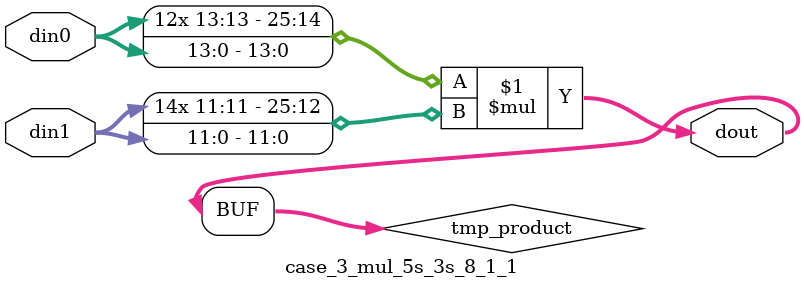
<source format=v>

`timescale 1 ns / 1 ps

 (* use_dsp = "no" *)  module case_3_mul_5s_3s_8_1_1(din0, din1, dout);
parameter ID = 1;
parameter NUM_STAGE = 0;
parameter din0_WIDTH = 14;
parameter din1_WIDTH = 12;
parameter dout_WIDTH = 26;

input [din0_WIDTH - 1 : 0] din0; 
input [din1_WIDTH - 1 : 0] din1; 
output [dout_WIDTH - 1 : 0] dout;

wire signed [dout_WIDTH - 1 : 0] tmp_product;



























assign tmp_product = $signed(din0) * $signed(din1);








assign dout = tmp_product;





















endmodule

</source>
